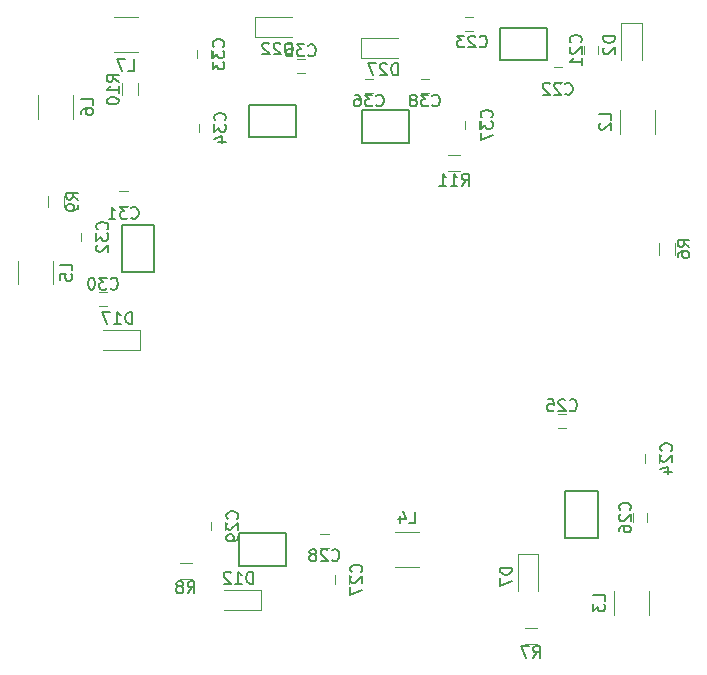
<source format=gbr>
G04 #@! TF.FileFunction,Legend,Bot*
%FSLAX46Y46*%
G04 Gerber Fmt 4.6, Leading zero omitted, Abs format (unit mm)*
G04 Created by KiCad (PCBNEW 4.0.6) date 07/29/17 19:52:49*
%MOMM*%
%LPD*%
G01*
G04 APERTURE LIST*
%ADD10C,0.100000*%
%ADD11C,0.120000*%
%ADD12C,0.150000*%
G04 APERTURE END LIST*
D10*
D11*
X212980000Y-63330000D02*
X212980000Y-64030000D01*
X214180000Y-64030000D02*
X214180000Y-63330000D01*
X210400000Y-66350000D02*
X211100000Y-66350000D01*
X211100000Y-65150000D02*
X210400000Y-65150000D01*
X203600000Y-60900000D02*
X202900000Y-60900000D01*
X202900000Y-62100000D02*
X203600000Y-62100000D01*
X219350000Y-98600000D02*
X219350000Y-97900000D01*
X218150000Y-97900000D02*
X218150000Y-98600000D01*
X211470000Y-94450000D02*
X210770000Y-94450000D01*
X210770000Y-95650000D02*
X211470000Y-95650000D01*
X217150000Y-102900000D02*
X217150000Y-103600000D01*
X218350000Y-103600000D02*
X218350000Y-102900000D01*
X193100000Y-108850000D02*
X193100000Y-108150000D01*
X191900000Y-108150000D02*
X191900000Y-108850000D01*
X190650000Y-105850000D02*
X191350000Y-105850000D01*
X191350000Y-104650000D02*
X190650000Y-104650000D01*
X182600000Y-104350000D02*
X182600000Y-103650000D01*
X181400000Y-103650000D02*
X181400000Y-104350000D01*
X172600000Y-84150000D02*
X171900000Y-84150000D01*
X171900000Y-85350000D02*
X172600000Y-85350000D01*
X173650000Y-76850000D02*
X174350000Y-76850000D01*
X174350000Y-75650000D02*
X173650000Y-75650000D01*
X171600000Y-79850000D02*
X171600000Y-79150000D01*
X170400000Y-79150000D02*
X170400000Y-79850000D01*
X181430000Y-64390000D02*
X181430000Y-63690000D01*
X180230000Y-63690000D02*
X180230000Y-64390000D01*
X181570000Y-70620000D02*
X181570000Y-69920000D01*
X180370000Y-69920000D02*
X180370000Y-70620000D01*
X189350000Y-64400000D02*
X188650000Y-64400000D01*
X188650000Y-65600000D02*
X189350000Y-65600000D01*
X194400000Y-67350000D02*
X195100000Y-67350000D01*
X195100000Y-66150000D02*
X194400000Y-66150000D01*
X204130000Y-70370000D02*
X204130000Y-69670000D01*
X202930000Y-69670000D02*
X202930000Y-70370000D01*
X199150000Y-67350000D02*
X199850000Y-67350000D01*
X199850000Y-66150000D02*
X199150000Y-66150000D01*
X218980000Y-70750000D02*
X218980000Y-68750000D01*
X216020000Y-68750000D02*
X216020000Y-70750000D01*
X218480000Y-111500000D02*
X218480000Y-109500000D01*
X215520000Y-109500000D02*
X215520000Y-111500000D01*
X197000000Y-107480000D02*
X199000000Y-107480000D01*
X199000000Y-104520000D02*
X197000000Y-104520000D01*
X165020000Y-81500000D02*
X165020000Y-83500000D01*
X167980000Y-83500000D02*
X167980000Y-81500000D01*
X166770000Y-67480000D02*
X166770000Y-69480000D01*
X169730000Y-69480000D02*
X169730000Y-67480000D01*
X175200000Y-60840000D02*
X173200000Y-60840000D01*
X173200000Y-63800000D02*
X175200000Y-63800000D01*
X219320000Y-80000000D02*
X219320000Y-81000000D01*
X220680000Y-81000000D02*
X220680000Y-80000000D01*
X209000000Y-112570000D02*
X208000000Y-112570000D01*
X208000000Y-113930000D02*
X209000000Y-113930000D01*
X179750000Y-107070000D02*
X178750000Y-107070000D01*
X178750000Y-108430000D02*
X179750000Y-108430000D01*
X167570000Y-76000000D02*
X167570000Y-77000000D01*
X168930000Y-77000000D02*
X168930000Y-76000000D01*
X175250000Y-67500000D02*
X175250000Y-66500000D01*
X173890000Y-66500000D02*
X173890000Y-67500000D01*
X202500000Y-72570000D02*
X201500000Y-72570000D01*
X201500000Y-73930000D02*
X202500000Y-73930000D01*
D12*
X209820000Y-64540000D02*
X209870000Y-64540000D01*
X209820000Y-61790000D02*
X209870000Y-61790000D01*
X209870000Y-61790000D02*
X209870000Y-64540000D01*
X209820000Y-61790000D02*
X205870000Y-61790000D01*
X205870000Y-61790000D02*
X205870000Y-64540000D01*
X205870000Y-64540000D02*
X209820000Y-64540000D01*
X214150000Y-101050000D02*
X214150000Y-101000000D01*
X211400000Y-101050000D02*
X211400000Y-101000000D01*
X211400000Y-101000000D02*
X214150000Y-101000000D01*
X211400000Y-101050000D02*
X211400000Y-105000000D01*
X211400000Y-105000000D02*
X214150000Y-105000000D01*
X214150000Y-105000000D02*
X214150000Y-101050000D01*
X183800000Y-104600000D02*
X183750000Y-104600000D01*
X183800000Y-107350000D02*
X183750000Y-107350000D01*
X183750000Y-107350000D02*
X183750000Y-104600000D01*
X183800000Y-107350000D02*
X187750000Y-107350000D01*
X187750000Y-107350000D02*
X187750000Y-104600000D01*
X187750000Y-104600000D02*
X183800000Y-104600000D01*
X173850000Y-82450000D02*
X173850000Y-82500000D01*
X176600000Y-82450000D02*
X176600000Y-82500000D01*
X176600000Y-82500000D02*
X173850000Y-82500000D01*
X176600000Y-82450000D02*
X176600000Y-78500000D01*
X176600000Y-78500000D02*
X173850000Y-78500000D01*
X173850000Y-78500000D02*
X173850000Y-82450000D01*
X188530000Y-71080000D02*
X188580000Y-71080000D01*
X188530000Y-68330000D02*
X188580000Y-68330000D01*
X188580000Y-68330000D02*
X188580000Y-71080000D01*
X188530000Y-68330000D02*
X184580000Y-68330000D01*
X184580000Y-68330000D02*
X184580000Y-71080000D01*
X184580000Y-71080000D02*
X188530000Y-71080000D01*
X198140000Y-71530000D02*
X198190000Y-71530000D01*
X198140000Y-68780000D02*
X198190000Y-68780000D01*
X198190000Y-68780000D02*
X198190000Y-71530000D01*
X198140000Y-68780000D02*
X194190000Y-68780000D01*
X194190000Y-68780000D02*
X194190000Y-71530000D01*
X194190000Y-71530000D02*
X198140000Y-71530000D01*
D11*
X216150000Y-61350000D02*
X217850000Y-61350000D01*
X217850000Y-61350000D02*
X217850000Y-64500000D01*
X216150000Y-61350000D02*
X216150000Y-64500000D01*
X207400000Y-106350000D02*
X209100000Y-106350000D01*
X209100000Y-106350000D02*
X209100000Y-109500000D01*
X207400000Y-106350000D02*
X207400000Y-109500000D01*
X185650000Y-109400000D02*
X185650000Y-111100000D01*
X185650000Y-111100000D02*
X182500000Y-111100000D01*
X185650000Y-109400000D02*
X182500000Y-109400000D01*
X175400000Y-87400000D02*
X175400000Y-89100000D01*
X175400000Y-89100000D02*
X172250000Y-89100000D01*
X175400000Y-87400000D02*
X172250000Y-87400000D01*
X185100000Y-62600000D02*
X185100000Y-60900000D01*
X185100000Y-60900000D02*
X188250000Y-60900000D01*
X185100000Y-62600000D02*
X188250000Y-62600000D01*
X194100000Y-64350000D02*
X194100000Y-62650000D01*
X194100000Y-62650000D02*
X197250000Y-62650000D01*
X194100000Y-64350000D02*
X197250000Y-64350000D01*
D12*
X212687143Y-63037143D02*
X212734762Y-62989524D01*
X212782381Y-62846667D01*
X212782381Y-62751429D01*
X212734762Y-62608571D01*
X212639524Y-62513333D01*
X212544286Y-62465714D01*
X212353810Y-62418095D01*
X212210952Y-62418095D01*
X212020476Y-62465714D01*
X211925238Y-62513333D01*
X211830000Y-62608571D01*
X211782381Y-62751429D01*
X211782381Y-62846667D01*
X211830000Y-62989524D01*
X211877619Y-63037143D01*
X211877619Y-63418095D02*
X211830000Y-63465714D01*
X211782381Y-63560952D01*
X211782381Y-63799048D01*
X211830000Y-63894286D01*
X211877619Y-63941905D01*
X211972857Y-63989524D01*
X212068095Y-63989524D01*
X212210952Y-63941905D01*
X212782381Y-63370476D01*
X212782381Y-63989524D01*
X212782381Y-64941905D02*
X212782381Y-64370476D01*
X212782381Y-64656190D02*
X211782381Y-64656190D01*
X211925238Y-64560952D01*
X212020476Y-64465714D01*
X212068095Y-64370476D01*
X211392857Y-67357143D02*
X211440476Y-67404762D01*
X211583333Y-67452381D01*
X211678571Y-67452381D01*
X211821429Y-67404762D01*
X211916667Y-67309524D01*
X211964286Y-67214286D01*
X212011905Y-67023810D01*
X212011905Y-66880952D01*
X211964286Y-66690476D01*
X211916667Y-66595238D01*
X211821429Y-66500000D01*
X211678571Y-66452381D01*
X211583333Y-66452381D01*
X211440476Y-66500000D01*
X211392857Y-66547619D01*
X211011905Y-66547619D02*
X210964286Y-66500000D01*
X210869048Y-66452381D01*
X210630952Y-66452381D01*
X210535714Y-66500000D01*
X210488095Y-66547619D01*
X210440476Y-66642857D01*
X210440476Y-66738095D01*
X210488095Y-66880952D01*
X211059524Y-67452381D01*
X210440476Y-67452381D01*
X210059524Y-66547619D02*
X210011905Y-66500000D01*
X209916667Y-66452381D01*
X209678571Y-66452381D01*
X209583333Y-66500000D01*
X209535714Y-66547619D01*
X209488095Y-66642857D01*
X209488095Y-66738095D01*
X209535714Y-66880952D01*
X210107143Y-67452381D01*
X209488095Y-67452381D01*
X204142857Y-63357143D02*
X204190476Y-63404762D01*
X204333333Y-63452381D01*
X204428571Y-63452381D01*
X204571429Y-63404762D01*
X204666667Y-63309524D01*
X204714286Y-63214286D01*
X204761905Y-63023810D01*
X204761905Y-62880952D01*
X204714286Y-62690476D01*
X204666667Y-62595238D01*
X204571429Y-62500000D01*
X204428571Y-62452381D01*
X204333333Y-62452381D01*
X204190476Y-62500000D01*
X204142857Y-62547619D01*
X203761905Y-62547619D02*
X203714286Y-62500000D01*
X203619048Y-62452381D01*
X203380952Y-62452381D01*
X203285714Y-62500000D01*
X203238095Y-62547619D01*
X203190476Y-62642857D01*
X203190476Y-62738095D01*
X203238095Y-62880952D01*
X203809524Y-63452381D01*
X203190476Y-63452381D01*
X202857143Y-62452381D02*
X202238095Y-62452381D01*
X202571429Y-62833333D01*
X202428571Y-62833333D01*
X202333333Y-62880952D01*
X202285714Y-62928571D01*
X202238095Y-63023810D01*
X202238095Y-63261905D01*
X202285714Y-63357143D01*
X202333333Y-63404762D01*
X202428571Y-63452381D01*
X202714286Y-63452381D01*
X202809524Y-63404762D01*
X202857143Y-63357143D01*
X220357143Y-97607143D02*
X220404762Y-97559524D01*
X220452381Y-97416667D01*
X220452381Y-97321429D01*
X220404762Y-97178571D01*
X220309524Y-97083333D01*
X220214286Y-97035714D01*
X220023810Y-96988095D01*
X219880952Y-96988095D01*
X219690476Y-97035714D01*
X219595238Y-97083333D01*
X219500000Y-97178571D01*
X219452381Y-97321429D01*
X219452381Y-97416667D01*
X219500000Y-97559524D01*
X219547619Y-97607143D01*
X219547619Y-97988095D02*
X219500000Y-98035714D01*
X219452381Y-98130952D01*
X219452381Y-98369048D01*
X219500000Y-98464286D01*
X219547619Y-98511905D01*
X219642857Y-98559524D01*
X219738095Y-98559524D01*
X219880952Y-98511905D01*
X220452381Y-97940476D01*
X220452381Y-98559524D01*
X219785714Y-99416667D02*
X220452381Y-99416667D01*
X219404762Y-99178571D02*
X220119048Y-98940476D01*
X220119048Y-99559524D01*
X211762857Y-94157143D02*
X211810476Y-94204762D01*
X211953333Y-94252381D01*
X212048571Y-94252381D01*
X212191429Y-94204762D01*
X212286667Y-94109524D01*
X212334286Y-94014286D01*
X212381905Y-93823810D01*
X212381905Y-93680952D01*
X212334286Y-93490476D01*
X212286667Y-93395238D01*
X212191429Y-93300000D01*
X212048571Y-93252381D01*
X211953333Y-93252381D01*
X211810476Y-93300000D01*
X211762857Y-93347619D01*
X211381905Y-93347619D02*
X211334286Y-93300000D01*
X211239048Y-93252381D01*
X211000952Y-93252381D01*
X210905714Y-93300000D01*
X210858095Y-93347619D01*
X210810476Y-93442857D01*
X210810476Y-93538095D01*
X210858095Y-93680952D01*
X211429524Y-94252381D01*
X210810476Y-94252381D01*
X209905714Y-93252381D02*
X210381905Y-93252381D01*
X210429524Y-93728571D01*
X210381905Y-93680952D01*
X210286667Y-93633333D01*
X210048571Y-93633333D01*
X209953333Y-93680952D01*
X209905714Y-93728571D01*
X209858095Y-93823810D01*
X209858095Y-94061905D01*
X209905714Y-94157143D01*
X209953333Y-94204762D01*
X210048571Y-94252381D01*
X210286667Y-94252381D01*
X210381905Y-94204762D01*
X210429524Y-94157143D01*
X216857143Y-102607143D02*
X216904762Y-102559524D01*
X216952381Y-102416667D01*
X216952381Y-102321429D01*
X216904762Y-102178571D01*
X216809524Y-102083333D01*
X216714286Y-102035714D01*
X216523810Y-101988095D01*
X216380952Y-101988095D01*
X216190476Y-102035714D01*
X216095238Y-102083333D01*
X216000000Y-102178571D01*
X215952381Y-102321429D01*
X215952381Y-102416667D01*
X216000000Y-102559524D01*
X216047619Y-102607143D01*
X216047619Y-102988095D02*
X216000000Y-103035714D01*
X215952381Y-103130952D01*
X215952381Y-103369048D01*
X216000000Y-103464286D01*
X216047619Y-103511905D01*
X216142857Y-103559524D01*
X216238095Y-103559524D01*
X216380952Y-103511905D01*
X216952381Y-102940476D01*
X216952381Y-103559524D01*
X215952381Y-104416667D02*
X215952381Y-104226190D01*
X216000000Y-104130952D01*
X216047619Y-104083333D01*
X216190476Y-103988095D01*
X216380952Y-103940476D01*
X216761905Y-103940476D01*
X216857143Y-103988095D01*
X216904762Y-104035714D01*
X216952381Y-104130952D01*
X216952381Y-104321429D01*
X216904762Y-104416667D01*
X216857143Y-104464286D01*
X216761905Y-104511905D01*
X216523810Y-104511905D01*
X216428571Y-104464286D01*
X216380952Y-104416667D01*
X216333333Y-104321429D01*
X216333333Y-104130952D01*
X216380952Y-104035714D01*
X216428571Y-103988095D01*
X216523810Y-103940476D01*
X194107143Y-107857143D02*
X194154762Y-107809524D01*
X194202381Y-107666667D01*
X194202381Y-107571429D01*
X194154762Y-107428571D01*
X194059524Y-107333333D01*
X193964286Y-107285714D01*
X193773810Y-107238095D01*
X193630952Y-107238095D01*
X193440476Y-107285714D01*
X193345238Y-107333333D01*
X193250000Y-107428571D01*
X193202381Y-107571429D01*
X193202381Y-107666667D01*
X193250000Y-107809524D01*
X193297619Y-107857143D01*
X193297619Y-108238095D02*
X193250000Y-108285714D01*
X193202381Y-108380952D01*
X193202381Y-108619048D01*
X193250000Y-108714286D01*
X193297619Y-108761905D01*
X193392857Y-108809524D01*
X193488095Y-108809524D01*
X193630952Y-108761905D01*
X194202381Y-108190476D01*
X194202381Y-108809524D01*
X193202381Y-109142857D02*
X193202381Y-109809524D01*
X194202381Y-109380952D01*
X191642857Y-106857143D02*
X191690476Y-106904762D01*
X191833333Y-106952381D01*
X191928571Y-106952381D01*
X192071429Y-106904762D01*
X192166667Y-106809524D01*
X192214286Y-106714286D01*
X192261905Y-106523810D01*
X192261905Y-106380952D01*
X192214286Y-106190476D01*
X192166667Y-106095238D01*
X192071429Y-106000000D01*
X191928571Y-105952381D01*
X191833333Y-105952381D01*
X191690476Y-106000000D01*
X191642857Y-106047619D01*
X191261905Y-106047619D02*
X191214286Y-106000000D01*
X191119048Y-105952381D01*
X190880952Y-105952381D01*
X190785714Y-106000000D01*
X190738095Y-106047619D01*
X190690476Y-106142857D01*
X190690476Y-106238095D01*
X190738095Y-106380952D01*
X191309524Y-106952381D01*
X190690476Y-106952381D01*
X190119048Y-106380952D02*
X190214286Y-106333333D01*
X190261905Y-106285714D01*
X190309524Y-106190476D01*
X190309524Y-106142857D01*
X190261905Y-106047619D01*
X190214286Y-106000000D01*
X190119048Y-105952381D01*
X189928571Y-105952381D01*
X189833333Y-106000000D01*
X189785714Y-106047619D01*
X189738095Y-106142857D01*
X189738095Y-106190476D01*
X189785714Y-106285714D01*
X189833333Y-106333333D01*
X189928571Y-106380952D01*
X190119048Y-106380952D01*
X190214286Y-106428571D01*
X190261905Y-106476190D01*
X190309524Y-106571429D01*
X190309524Y-106761905D01*
X190261905Y-106857143D01*
X190214286Y-106904762D01*
X190119048Y-106952381D01*
X189928571Y-106952381D01*
X189833333Y-106904762D01*
X189785714Y-106857143D01*
X189738095Y-106761905D01*
X189738095Y-106571429D01*
X189785714Y-106476190D01*
X189833333Y-106428571D01*
X189928571Y-106380952D01*
X183607143Y-103357143D02*
X183654762Y-103309524D01*
X183702381Y-103166667D01*
X183702381Y-103071429D01*
X183654762Y-102928571D01*
X183559524Y-102833333D01*
X183464286Y-102785714D01*
X183273810Y-102738095D01*
X183130952Y-102738095D01*
X182940476Y-102785714D01*
X182845238Y-102833333D01*
X182750000Y-102928571D01*
X182702381Y-103071429D01*
X182702381Y-103166667D01*
X182750000Y-103309524D01*
X182797619Y-103357143D01*
X182797619Y-103738095D02*
X182750000Y-103785714D01*
X182702381Y-103880952D01*
X182702381Y-104119048D01*
X182750000Y-104214286D01*
X182797619Y-104261905D01*
X182892857Y-104309524D01*
X182988095Y-104309524D01*
X183130952Y-104261905D01*
X183702381Y-103690476D01*
X183702381Y-104309524D01*
X183702381Y-104785714D02*
X183702381Y-104976190D01*
X183654762Y-105071429D01*
X183607143Y-105119048D01*
X183464286Y-105214286D01*
X183273810Y-105261905D01*
X182892857Y-105261905D01*
X182797619Y-105214286D01*
X182750000Y-105166667D01*
X182702381Y-105071429D01*
X182702381Y-104880952D01*
X182750000Y-104785714D01*
X182797619Y-104738095D01*
X182892857Y-104690476D01*
X183130952Y-104690476D01*
X183226190Y-104738095D01*
X183273810Y-104785714D01*
X183321429Y-104880952D01*
X183321429Y-105071429D01*
X183273810Y-105166667D01*
X183226190Y-105214286D01*
X183130952Y-105261905D01*
X172892857Y-83857143D02*
X172940476Y-83904762D01*
X173083333Y-83952381D01*
X173178571Y-83952381D01*
X173321429Y-83904762D01*
X173416667Y-83809524D01*
X173464286Y-83714286D01*
X173511905Y-83523810D01*
X173511905Y-83380952D01*
X173464286Y-83190476D01*
X173416667Y-83095238D01*
X173321429Y-83000000D01*
X173178571Y-82952381D01*
X173083333Y-82952381D01*
X172940476Y-83000000D01*
X172892857Y-83047619D01*
X172559524Y-82952381D02*
X171940476Y-82952381D01*
X172273810Y-83333333D01*
X172130952Y-83333333D01*
X172035714Y-83380952D01*
X171988095Y-83428571D01*
X171940476Y-83523810D01*
X171940476Y-83761905D01*
X171988095Y-83857143D01*
X172035714Y-83904762D01*
X172130952Y-83952381D01*
X172416667Y-83952381D01*
X172511905Y-83904762D01*
X172559524Y-83857143D01*
X171321429Y-82952381D02*
X171226190Y-82952381D01*
X171130952Y-83000000D01*
X171083333Y-83047619D01*
X171035714Y-83142857D01*
X170988095Y-83333333D01*
X170988095Y-83571429D01*
X171035714Y-83761905D01*
X171083333Y-83857143D01*
X171130952Y-83904762D01*
X171226190Y-83952381D01*
X171321429Y-83952381D01*
X171416667Y-83904762D01*
X171464286Y-83857143D01*
X171511905Y-83761905D01*
X171559524Y-83571429D01*
X171559524Y-83333333D01*
X171511905Y-83142857D01*
X171464286Y-83047619D01*
X171416667Y-83000000D01*
X171321429Y-82952381D01*
X174642857Y-77857143D02*
X174690476Y-77904762D01*
X174833333Y-77952381D01*
X174928571Y-77952381D01*
X175071429Y-77904762D01*
X175166667Y-77809524D01*
X175214286Y-77714286D01*
X175261905Y-77523810D01*
X175261905Y-77380952D01*
X175214286Y-77190476D01*
X175166667Y-77095238D01*
X175071429Y-77000000D01*
X174928571Y-76952381D01*
X174833333Y-76952381D01*
X174690476Y-77000000D01*
X174642857Y-77047619D01*
X174309524Y-76952381D02*
X173690476Y-76952381D01*
X174023810Y-77333333D01*
X173880952Y-77333333D01*
X173785714Y-77380952D01*
X173738095Y-77428571D01*
X173690476Y-77523810D01*
X173690476Y-77761905D01*
X173738095Y-77857143D01*
X173785714Y-77904762D01*
X173880952Y-77952381D01*
X174166667Y-77952381D01*
X174261905Y-77904762D01*
X174309524Y-77857143D01*
X172738095Y-77952381D02*
X173309524Y-77952381D01*
X173023810Y-77952381D02*
X173023810Y-76952381D01*
X173119048Y-77095238D01*
X173214286Y-77190476D01*
X173309524Y-77238095D01*
X172607143Y-78857143D02*
X172654762Y-78809524D01*
X172702381Y-78666667D01*
X172702381Y-78571429D01*
X172654762Y-78428571D01*
X172559524Y-78333333D01*
X172464286Y-78285714D01*
X172273810Y-78238095D01*
X172130952Y-78238095D01*
X171940476Y-78285714D01*
X171845238Y-78333333D01*
X171750000Y-78428571D01*
X171702381Y-78571429D01*
X171702381Y-78666667D01*
X171750000Y-78809524D01*
X171797619Y-78857143D01*
X171702381Y-79190476D02*
X171702381Y-79809524D01*
X172083333Y-79476190D01*
X172083333Y-79619048D01*
X172130952Y-79714286D01*
X172178571Y-79761905D01*
X172273810Y-79809524D01*
X172511905Y-79809524D01*
X172607143Y-79761905D01*
X172654762Y-79714286D01*
X172702381Y-79619048D01*
X172702381Y-79333333D01*
X172654762Y-79238095D01*
X172607143Y-79190476D01*
X171797619Y-80190476D02*
X171750000Y-80238095D01*
X171702381Y-80333333D01*
X171702381Y-80571429D01*
X171750000Y-80666667D01*
X171797619Y-80714286D01*
X171892857Y-80761905D01*
X171988095Y-80761905D01*
X172130952Y-80714286D01*
X172702381Y-80142857D01*
X172702381Y-80761905D01*
X182437143Y-63397143D02*
X182484762Y-63349524D01*
X182532381Y-63206667D01*
X182532381Y-63111429D01*
X182484762Y-62968571D01*
X182389524Y-62873333D01*
X182294286Y-62825714D01*
X182103810Y-62778095D01*
X181960952Y-62778095D01*
X181770476Y-62825714D01*
X181675238Y-62873333D01*
X181580000Y-62968571D01*
X181532381Y-63111429D01*
X181532381Y-63206667D01*
X181580000Y-63349524D01*
X181627619Y-63397143D01*
X181532381Y-63730476D02*
X181532381Y-64349524D01*
X181913333Y-64016190D01*
X181913333Y-64159048D01*
X181960952Y-64254286D01*
X182008571Y-64301905D01*
X182103810Y-64349524D01*
X182341905Y-64349524D01*
X182437143Y-64301905D01*
X182484762Y-64254286D01*
X182532381Y-64159048D01*
X182532381Y-63873333D01*
X182484762Y-63778095D01*
X182437143Y-63730476D01*
X181532381Y-64682857D02*
X181532381Y-65301905D01*
X181913333Y-64968571D01*
X181913333Y-65111429D01*
X181960952Y-65206667D01*
X182008571Y-65254286D01*
X182103810Y-65301905D01*
X182341905Y-65301905D01*
X182437143Y-65254286D01*
X182484762Y-65206667D01*
X182532381Y-65111429D01*
X182532381Y-64825714D01*
X182484762Y-64730476D01*
X182437143Y-64682857D01*
X182577143Y-69627143D02*
X182624762Y-69579524D01*
X182672381Y-69436667D01*
X182672381Y-69341429D01*
X182624762Y-69198571D01*
X182529524Y-69103333D01*
X182434286Y-69055714D01*
X182243810Y-69008095D01*
X182100952Y-69008095D01*
X181910476Y-69055714D01*
X181815238Y-69103333D01*
X181720000Y-69198571D01*
X181672381Y-69341429D01*
X181672381Y-69436667D01*
X181720000Y-69579524D01*
X181767619Y-69627143D01*
X181672381Y-69960476D02*
X181672381Y-70579524D01*
X182053333Y-70246190D01*
X182053333Y-70389048D01*
X182100952Y-70484286D01*
X182148571Y-70531905D01*
X182243810Y-70579524D01*
X182481905Y-70579524D01*
X182577143Y-70531905D01*
X182624762Y-70484286D01*
X182672381Y-70389048D01*
X182672381Y-70103333D01*
X182624762Y-70008095D01*
X182577143Y-69960476D01*
X182005714Y-71436667D02*
X182672381Y-71436667D01*
X181624762Y-71198571D02*
X182339048Y-70960476D01*
X182339048Y-71579524D01*
X189642857Y-64107143D02*
X189690476Y-64154762D01*
X189833333Y-64202381D01*
X189928571Y-64202381D01*
X190071429Y-64154762D01*
X190166667Y-64059524D01*
X190214286Y-63964286D01*
X190261905Y-63773810D01*
X190261905Y-63630952D01*
X190214286Y-63440476D01*
X190166667Y-63345238D01*
X190071429Y-63250000D01*
X189928571Y-63202381D01*
X189833333Y-63202381D01*
X189690476Y-63250000D01*
X189642857Y-63297619D01*
X189309524Y-63202381D02*
X188690476Y-63202381D01*
X189023810Y-63583333D01*
X188880952Y-63583333D01*
X188785714Y-63630952D01*
X188738095Y-63678571D01*
X188690476Y-63773810D01*
X188690476Y-64011905D01*
X188738095Y-64107143D01*
X188785714Y-64154762D01*
X188880952Y-64202381D01*
X189166667Y-64202381D01*
X189261905Y-64154762D01*
X189309524Y-64107143D01*
X187785714Y-63202381D02*
X188261905Y-63202381D01*
X188309524Y-63678571D01*
X188261905Y-63630952D01*
X188166667Y-63583333D01*
X187928571Y-63583333D01*
X187833333Y-63630952D01*
X187785714Y-63678571D01*
X187738095Y-63773810D01*
X187738095Y-64011905D01*
X187785714Y-64107143D01*
X187833333Y-64154762D01*
X187928571Y-64202381D01*
X188166667Y-64202381D01*
X188261905Y-64154762D01*
X188309524Y-64107143D01*
X195392857Y-68357143D02*
X195440476Y-68404762D01*
X195583333Y-68452381D01*
X195678571Y-68452381D01*
X195821429Y-68404762D01*
X195916667Y-68309524D01*
X195964286Y-68214286D01*
X196011905Y-68023810D01*
X196011905Y-67880952D01*
X195964286Y-67690476D01*
X195916667Y-67595238D01*
X195821429Y-67500000D01*
X195678571Y-67452381D01*
X195583333Y-67452381D01*
X195440476Y-67500000D01*
X195392857Y-67547619D01*
X195059524Y-67452381D02*
X194440476Y-67452381D01*
X194773810Y-67833333D01*
X194630952Y-67833333D01*
X194535714Y-67880952D01*
X194488095Y-67928571D01*
X194440476Y-68023810D01*
X194440476Y-68261905D01*
X194488095Y-68357143D01*
X194535714Y-68404762D01*
X194630952Y-68452381D01*
X194916667Y-68452381D01*
X195011905Y-68404762D01*
X195059524Y-68357143D01*
X193583333Y-67452381D02*
X193773810Y-67452381D01*
X193869048Y-67500000D01*
X193916667Y-67547619D01*
X194011905Y-67690476D01*
X194059524Y-67880952D01*
X194059524Y-68261905D01*
X194011905Y-68357143D01*
X193964286Y-68404762D01*
X193869048Y-68452381D01*
X193678571Y-68452381D01*
X193583333Y-68404762D01*
X193535714Y-68357143D01*
X193488095Y-68261905D01*
X193488095Y-68023810D01*
X193535714Y-67928571D01*
X193583333Y-67880952D01*
X193678571Y-67833333D01*
X193869048Y-67833333D01*
X193964286Y-67880952D01*
X194011905Y-67928571D01*
X194059524Y-68023810D01*
X205137143Y-69377143D02*
X205184762Y-69329524D01*
X205232381Y-69186667D01*
X205232381Y-69091429D01*
X205184762Y-68948571D01*
X205089524Y-68853333D01*
X204994286Y-68805714D01*
X204803810Y-68758095D01*
X204660952Y-68758095D01*
X204470476Y-68805714D01*
X204375238Y-68853333D01*
X204280000Y-68948571D01*
X204232381Y-69091429D01*
X204232381Y-69186667D01*
X204280000Y-69329524D01*
X204327619Y-69377143D01*
X204232381Y-69710476D02*
X204232381Y-70329524D01*
X204613333Y-69996190D01*
X204613333Y-70139048D01*
X204660952Y-70234286D01*
X204708571Y-70281905D01*
X204803810Y-70329524D01*
X205041905Y-70329524D01*
X205137143Y-70281905D01*
X205184762Y-70234286D01*
X205232381Y-70139048D01*
X205232381Y-69853333D01*
X205184762Y-69758095D01*
X205137143Y-69710476D01*
X204232381Y-70662857D02*
X204232381Y-71329524D01*
X205232381Y-70900952D01*
X200142857Y-68357143D02*
X200190476Y-68404762D01*
X200333333Y-68452381D01*
X200428571Y-68452381D01*
X200571429Y-68404762D01*
X200666667Y-68309524D01*
X200714286Y-68214286D01*
X200761905Y-68023810D01*
X200761905Y-67880952D01*
X200714286Y-67690476D01*
X200666667Y-67595238D01*
X200571429Y-67500000D01*
X200428571Y-67452381D01*
X200333333Y-67452381D01*
X200190476Y-67500000D01*
X200142857Y-67547619D01*
X199809524Y-67452381D02*
X199190476Y-67452381D01*
X199523810Y-67833333D01*
X199380952Y-67833333D01*
X199285714Y-67880952D01*
X199238095Y-67928571D01*
X199190476Y-68023810D01*
X199190476Y-68261905D01*
X199238095Y-68357143D01*
X199285714Y-68404762D01*
X199380952Y-68452381D01*
X199666667Y-68452381D01*
X199761905Y-68404762D01*
X199809524Y-68357143D01*
X198619048Y-67880952D02*
X198714286Y-67833333D01*
X198761905Y-67785714D01*
X198809524Y-67690476D01*
X198809524Y-67642857D01*
X198761905Y-67547619D01*
X198714286Y-67500000D01*
X198619048Y-67452381D01*
X198428571Y-67452381D01*
X198333333Y-67500000D01*
X198285714Y-67547619D01*
X198238095Y-67642857D01*
X198238095Y-67690476D01*
X198285714Y-67785714D01*
X198333333Y-67833333D01*
X198428571Y-67880952D01*
X198619048Y-67880952D01*
X198714286Y-67928571D01*
X198761905Y-67976190D01*
X198809524Y-68071429D01*
X198809524Y-68261905D01*
X198761905Y-68357143D01*
X198714286Y-68404762D01*
X198619048Y-68452381D01*
X198428571Y-68452381D01*
X198333333Y-68404762D01*
X198285714Y-68357143D01*
X198238095Y-68261905D01*
X198238095Y-68071429D01*
X198285714Y-67976190D01*
X198333333Y-67928571D01*
X198428571Y-67880952D01*
X215252381Y-69583334D02*
X215252381Y-69107143D01*
X214252381Y-69107143D01*
X214347619Y-69869048D02*
X214300000Y-69916667D01*
X214252381Y-70011905D01*
X214252381Y-70250001D01*
X214300000Y-70345239D01*
X214347619Y-70392858D01*
X214442857Y-70440477D01*
X214538095Y-70440477D01*
X214680952Y-70392858D01*
X215252381Y-69821429D01*
X215252381Y-70440477D01*
X214752381Y-110333334D02*
X214752381Y-109857143D01*
X213752381Y-109857143D01*
X213752381Y-110571429D02*
X213752381Y-111190477D01*
X214133333Y-110857143D01*
X214133333Y-111000001D01*
X214180952Y-111095239D01*
X214228571Y-111142858D01*
X214323810Y-111190477D01*
X214561905Y-111190477D01*
X214657143Y-111142858D01*
X214704762Y-111095239D01*
X214752381Y-111000001D01*
X214752381Y-110714286D01*
X214704762Y-110619048D01*
X214657143Y-110571429D01*
X198166666Y-103752381D02*
X198642857Y-103752381D01*
X198642857Y-102752381D01*
X197404761Y-103085714D02*
X197404761Y-103752381D01*
X197642857Y-102704762D02*
X197880952Y-103419048D01*
X197261904Y-103419048D01*
X169652381Y-82333334D02*
X169652381Y-81857143D01*
X168652381Y-81857143D01*
X168652381Y-83142858D02*
X168652381Y-82666667D01*
X169128571Y-82619048D01*
X169080952Y-82666667D01*
X169033333Y-82761905D01*
X169033333Y-83000001D01*
X169080952Y-83095239D01*
X169128571Y-83142858D01*
X169223810Y-83190477D01*
X169461905Y-83190477D01*
X169557143Y-83142858D01*
X169604762Y-83095239D01*
X169652381Y-83000001D01*
X169652381Y-82761905D01*
X169604762Y-82666667D01*
X169557143Y-82619048D01*
X171402381Y-68313334D02*
X171402381Y-67837143D01*
X170402381Y-67837143D01*
X170402381Y-69075239D02*
X170402381Y-68884762D01*
X170450000Y-68789524D01*
X170497619Y-68741905D01*
X170640476Y-68646667D01*
X170830952Y-68599048D01*
X171211905Y-68599048D01*
X171307143Y-68646667D01*
X171354762Y-68694286D01*
X171402381Y-68789524D01*
X171402381Y-68980001D01*
X171354762Y-69075239D01*
X171307143Y-69122858D01*
X171211905Y-69170477D01*
X170973810Y-69170477D01*
X170878571Y-69122858D01*
X170830952Y-69075239D01*
X170783333Y-68980001D01*
X170783333Y-68789524D01*
X170830952Y-68694286D01*
X170878571Y-68646667D01*
X170973810Y-68599048D01*
X174366666Y-65472381D02*
X174842857Y-65472381D01*
X174842857Y-64472381D01*
X174128571Y-64472381D02*
X173461904Y-64472381D01*
X173890476Y-65472381D01*
X221902381Y-80333334D02*
X221426190Y-80000000D01*
X221902381Y-79761905D02*
X220902381Y-79761905D01*
X220902381Y-80142858D01*
X220950000Y-80238096D01*
X220997619Y-80285715D01*
X221092857Y-80333334D01*
X221235714Y-80333334D01*
X221330952Y-80285715D01*
X221378571Y-80238096D01*
X221426190Y-80142858D01*
X221426190Y-79761905D01*
X220902381Y-81190477D02*
X220902381Y-81000000D01*
X220950000Y-80904762D01*
X220997619Y-80857143D01*
X221140476Y-80761905D01*
X221330952Y-80714286D01*
X221711905Y-80714286D01*
X221807143Y-80761905D01*
X221854762Y-80809524D01*
X221902381Y-80904762D01*
X221902381Y-81095239D01*
X221854762Y-81190477D01*
X221807143Y-81238096D01*
X221711905Y-81285715D01*
X221473810Y-81285715D01*
X221378571Y-81238096D01*
X221330952Y-81190477D01*
X221283333Y-81095239D01*
X221283333Y-80904762D01*
X221330952Y-80809524D01*
X221378571Y-80761905D01*
X221473810Y-80714286D01*
X208666666Y-115152381D02*
X209000000Y-114676190D01*
X209238095Y-115152381D02*
X209238095Y-114152381D01*
X208857142Y-114152381D01*
X208761904Y-114200000D01*
X208714285Y-114247619D01*
X208666666Y-114342857D01*
X208666666Y-114485714D01*
X208714285Y-114580952D01*
X208761904Y-114628571D01*
X208857142Y-114676190D01*
X209238095Y-114676190D01*
X208333333Y-114152381D02*
X207666666Y-114152381D01*
X208095238Y-115152381D01*
X179416666Y-109652381D02*
X179750000Y-109176190D01*
X179988095Y-109652381D02*
X179988095Y-108652381D01*
X179607142Y-108652381D01*
X179511904Y-108700000D01*
X179464285Y-108747619D01*
X179416666Y-108842857D01*
X179416666Y-108985714D01*
X179464285Y-109080952D01*
X179511904Y-109128571D01*
X179607142Y-109176190D01*
X179988095Y-109176190D01*
X178845238Y-109080952D02*
X178940476Y-109033333D01*
X178988095Y-108985714D01*
X179035714Y-108890476D01*
X179035714Y-108842857D01*
X178988095Y-108747619D01*
X178940476Y-108700000D01*
X178845238Y-108652381D01*
X178654761Y-108652381D01*
X178559523Y-108700000D01*
X178511904Y-108747619D01*
X178464285Y-108842857D01*
X178464285Y-108890476D01*
X178511904Y-108985714D01*
X178559523Y-109033333D01*
X178654761Y-109080952D01*
X178845238Y-109080952D01*
X178940476Y-109128571D01*
X178988095Y-109176190D01*
X179035714Y-109271429D01*
X179035714Y-109461905D01*
X178988095Y-109557143D01*
X178940476Y-109604762D01*
X178845238Y-109652381D01*
X178654761Y-109652381D01*
X178559523Y-109604762D01*
X178511904Y-109557143D01*
X178464285Y-109461905D01*
X178464285Y-109271429D01*
X178511904Y-109176190D01*
X178559523Y-109128571D01*
X178654761Y-109080952D01*
X170152381Y-76333334D02*
X169676190Y-76000000D01*
X170152381Y-75761905D02*
X169152381Y-75761905D01*
X169152381Y-76142858D01*
X169200000Y-76238096D01*
X169247619Y-76285715D01*
X169342857Y-76333334D01*
X169485714Y-76333334D01*
X169580952Y-76285715D01*
X169628571Y-76238096D01*
X169676190Y-76142858D01*
X169676190Y-75761905D01*
X170152381Y-76809524D02*
X170152381Y-77000000D01*
X170104762Y-77095239D01*
X170057143Y-77142858D01*
X169914286Y-77238096D01*
X169723810Y-77285715D01*
X169342857Y-77285715D01*
X169247619Y-77238096D01*
X169200000Y-77190477D01*
X169152381Y-77095239D01*
X169152381Y-76904762D01*
X169200000Y-76809524D01*
X169247619Y-76761905D01*
X169342857Y-76714286D01*
X169580952Y-76714286D01*
X169676190Y-76761905D01*
X169723810Y-76809524D01*
X169771429Y-76904762D01*
X169771429Y-77095239D01*
X169723810Y-77190477D01*
X169676190Y-77238096D01*
X169580952Y-77285715D01*
X173572381Y-66357143D02*
X173096190Y-66023809D01*
X173572381Y-65785714D02*
X172572381Y-65785714D01*
X172572381Y-66166667D01*
X172620000Y-66261905D01*
X172667619Y-66309524D01*
X172762857Y-66357143D01*
X172905714Y-66357143D01*
X173000952Y-66309524D01*
X173048571Y-66261905D01*
X173096190Y-66166667D01*
X173096190Y-65785714D01*
X173572381Y-67309524D02*
X173572381Y-66738095D01*
X173572381Y-67023809D02*
X172572381Y-67023809D01*
X172715238Y-66928571D01*
X172810476Y-66833333D01*
X172858095Y-66738095D01*
X172572381Y-67928571D02*
X172572381Y-68023810D01*
X172620000Y-68119048D01*
X172667619Y-68166667D01*
X172762857Y-68214286D01*
X172953333Y-68261905D01*
X173191429Y-68261905D01*
X173381905Y-68214286D01*
X173477143Y-68166667D01*
X173524762Y-68119048D01*
X173572381Y-68023810D01*
X173572381Y-67928571D01*
X173524762Y-67833333D01*
X173477143Y-67785714D01*
X173381905Y-67738095D01*
X173191429Y-67690476D01*
X172953333Y-67690476D01*
X172762857Y-67738095D01*
X172667619Y-67785714D01*
X172620000Y-67833333D01*
X172572381Y-67928571D01*
X202642857Y-75152381D02*
X202976191Y-74676190D01*
X203214286Y-75152381D02*
X203214286Y-74152381D01*
X202833333Y-74152381D01*
X202738095Y-74200000D01*
X202690476Y-74247619D01*
X202642857Y-74342857D01*
X202642857Y-74485714D01*
X202690476Y-74580952D01*
X202738095Y-74628571D01*
X202833333Y-74676190D01*
X203214286Y-74676190D01*
X201690476Y-75152381D02*
X202261905Y-75152381D01*
X201976191Y-75152381D02*
X201976191Y-74152381D01*
X202071429Y-74295238D01*
X202166667Y-74390476D01*
X202261905Y-74438095D01*
X200738095Y-75152381D02*
X201309524Y-75152381D01*
X201023810Y-75152381D02*
X201023810Y-74152381D01*
X201119048Y-74295238D01*
X201214286Y-74390476D01*
X201309524Y-74438095D01*
X215602381Y-62511905D02*
X214602381Y-62511905D01*
X214602381Y-62750000D01*
X214650000Y-62892858D01*
X214745238Y-62988096D01*
X214840476Y-63035715D01*
X215030952Y-63083334D01*
X215173810Y-63083334D01*
X215364286Y-63035715D01*
X215459524Y-62988096D01*
X215554762Y-62892858D01*
X215602381Y-62750000D01*
X215602381Y-62511905D01*
X214697619Y-63464286D02*
X214650000Y-63511905D01*
X214602381Y-63607143D01*
X214602381Y-63845239D01*
X214650000Y-63940477D01*
X214697619Y-63988096D01*
X214792857Y-64035715D01*
X214888095Y-64035715D01*
X215030952Y-63988096D01*
X215602381Y-63416667D01*
X215602381Y-64035715D01*
X206852381Y-107511905D02*
X205852381Y-107511905D01*
X205852381Y-107750000D01*
X205900000Y-107892858D01*
X205995238Y-107988096D01*
X206090476Y-108035715D01*
X206280952Y-108083334D01*
X206423810Y-108083334D01*
X206614286Y-108035715D01*
X206709524Y-107988096D01*
X206804762Y-107892858D01*
X206852381Y-107750000D01*
X206852381Y-107511905D01*
X205852381Y-108416667D02*
X205852381Y-109083334D01*
X206852381Y-108654762D01*
X184964286Y-108852381D02*
X184964286Y-107852381D01*
X184726191Y-107852381D01*
X184583333Y-107900000D01*
X184488095Y-107995238D01*
X184440476Y-108090476D01*
X184392857Y-108280952D01*
X184392857Y-108423810D01*
X184440476Y-108614286D01*
X184488095Y-108709524D01*
X184583333Y-108804762D01*
X184726191Y-108852381D01*
X184964286Y-108852381D01*
X183440476Y-108852381D02*
X184011905Y-108852381D01*
X183726191Y-108852381D02*
X183726191Y-107852381D01*
X183821429Y-107995238D01*
X183916667Y-108090476D01*
X184011905Y-108138095D01*
X183059524Y-107947619D02*
X183011905Y-107900000D01*
X182916667Y-107852381D01*
X182678571Y-107852381D01*
X182583333Y-107900000D01*
X182535714Y-107947619D01*
X182488095Y-108042857D01*
X182488095Y-108138095D01*
X182535714Y-108280952D01*
X183107143Y-108852381D01*
X182488095Y-108852381D01*
X174714286Y-86852381D02*
X174714286Y-85852381D01*
X174476191Y-85852381D01*
X174333333Y-85900000D01*
X174238095Y-85995238D01*
X174190476Y-86090476D01*
X174142857Y-86280952D01*
X174142857Y-86423810D01*
X174190476Y-86614286D01*
X174238095Y-86709524D01*
X174333333Y-86804762D01*
X174476191Y-86852381D01*
X174714286Y-86852381D01*
X173190476Y-86852381D02*
X173761905Y-86852381D01*
X173476191Y-86852381D02*
X173476191Y-85852381D01*
X173571429Y-85995238D01*
X173666667Y-86090476D01*
X173761905Y-86138095D01*
X172857143Y-85852381D02*
X172190476Y-85852381D01*
X172619048Y-86852381D01*
X188214286Y-64052381D02*
X188214286Y-63052381D01*
X187976191Y-63052381D01*
X187833333Y-63100000D01*
X187738095Y-63195238D01*
X187690476Y-63290476D01*
X187642857Y-63480952D01*
X187642857Y-63623810D01*
X187690476Y-63814286D01*
X187738095Y-63909524D01*
X187833333Y-64004762D01*
X187976191Y-64052381D01*
X188214286Y-64052381D01*
X187261905Y-63147619D02*
X187214286Y-63100000D01*
X187119048Y-63052381D01*
X186880952Y-63052381D01*
X186785714Y-63100000D01*
X186738095Y-63147619D01*
X186690476Y-63242857D01*
X186690476Y-63338095D01*
X186738095Y-63480952D01*
X187309524Y-64052381D01*
X186690476Y-64052381D01*
X186309524Y-63147619D02*
X186261905Y-63100000D01*
X186166667Y-63052381D01*
X185928571Y-63052381D01*
X185833333Y-63100000D01*
X185785714Y-63147619D01*
X185738095Y-63242857D01*
X185738095Y-63338095D01*
X185785714Y-63480952D01*
X186357143Y-64052381D01*
X185738095Y-64052381D01*
X197214286Y-65802381D02*
X197214286Y-64802381D01*
X196976191Y-64802381D01*
X196833333Y-64850000D01*
X196738095Y-64945238D01*
X196690476Y-65040476D01*
X196642857Y-65230952D01*
X196642857Y-65373810D01*
X196690476Y-65564286D01*
X196738095Y-65659524D01*
X196833333Y-65754762D01*
X196976191Y-65802381D01*
X197214286Y-65802381D01*
X196261905Y-64897619D02*
X196214286Y-64850000D01*
X196119048Y-64802381D01*
X195880952Y-64802381D01*
X195785714Y-64850000D01*
X195738095Y-64897619D01*
X195690476Y-64992857D01*
X195690476Y-65088095D01*
X195738095Y-65230952D01*
X196309524Y-65802381D01*
X195690476Y-65802381D01*
X195357143Y-64802381D02*
X194690476Y-64802381D01*
X195119048Y-65802381D01*
M02*

</source>
